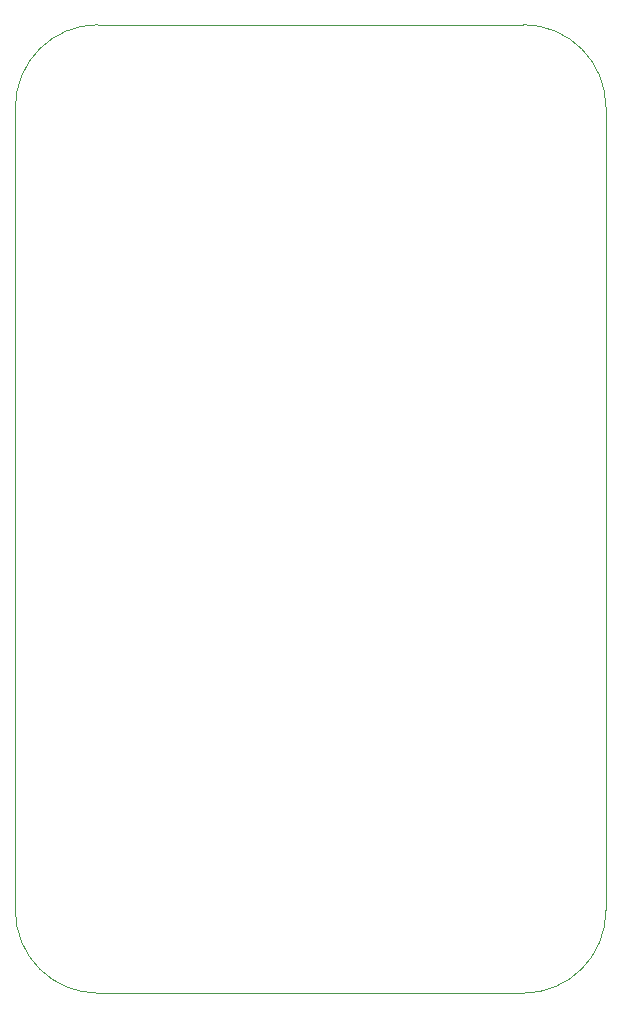
<source format=gbr>
%TF.GenerationSoftware,KiCad,Pcbnew,(5.1.6)-1*%
%TF.CreationDate,2020-10-09T05:33:11-04:00*%
%TF.ProjectId,RFID_PROJECT_PHASE-SHIFTER,52464944-5f50-4524-9f4a-4543545f5048,B*%
%TF.SameCoordinates,Original*%
%TF.FileFunction,Profile,NP*%
%FSLAX46Y46*%
G04 Gerber Fmt 4.6, Leading zero omitted, Abs format (unit mm)*
G04 Created by KiCad (PCBNEW (5.1.6)-1) date 2020-10-09 05:33:11*
%MOMM*%
%LPD*%
G01*
G04 APERTURE LIST*
%TA.AperFunction,Profile*%
%ADD10C,0.050000*%
%TD*%
%TA.AperFunction,Profile*%
%ADD11C,0.100000*%
%TD*%
G04 APERTURE END LIST*
D10*
X134500000Y-133500000D02*
G75*
G02*
X127500000Y-126500000I0J7000000D01*
G01*
X127500000Y-58500000D02*
G75*
G02*
X134500000Y-51500000I7000000J0D01*
G01*
X177500000Y-126500000D02*
G75*
G02*
X170500000Y-133500000I-7000000J0D01*
G01*
X170500000Y-51500000D02*
G75*
G02*
X177500000Y-58500000I0J-7000000D01*
G01*
D11*
X177500000Y-58500000D02*
X177500000Y-126500000D01*
X134500000Y-51500000D02*
X170500000Y-51500000D01*
X127500000Y-126500000D02*
X127500000Y-58500000D01*
X170500000Y-133500000D02*
X134500000Y-133500000D01*
M02*

</source>
